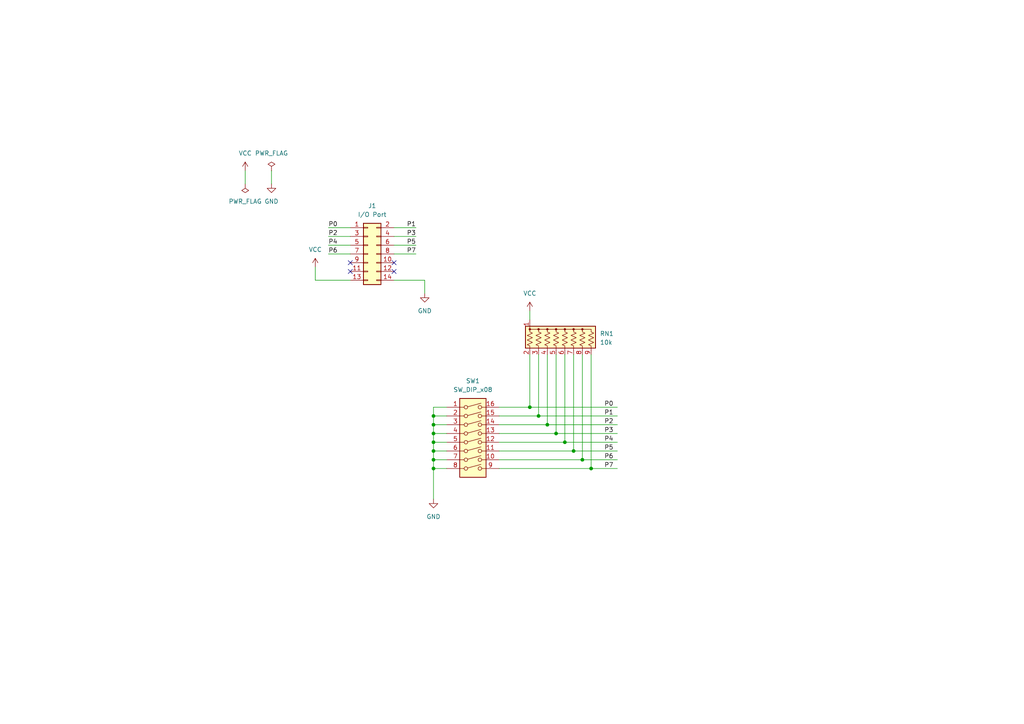
<source format=kicad_sch>
(kicad_sch (version 20230121) (generator eeschema)

  (uuid 576630ab-5347-4203-b62e-4ee25aac213f)

  (paper "A4")

  (title_block
    (title "Z80-PIO Test Board")
    (date "2023-10-20")
    (rev "1")
    (company "KUNI-NET")
    (comment 1 "Z80 PIOの入力ポートテスト用基板")
  )

  (lib_symbols
    (symbol "Connector_Generic:Conn_02x07_Odd_Even" (pin_names (offset 1.016) hide) (in_bom yes) (on_board yes)
      (property "Reference" "J" (at 1.27 10.16 0)
        (effects (font (size 1.27 1.27)))
      )
      (property "Value" "Conn_02x07_Odd_Even" (at 1.27 -10.16 0)
        (effects (font (size 1.27 1.27)))
      )
      (property "Footprint" "" (at 0 0 0)
        (effects (font (size 1.27 1.27)) hide)
      )
      (property "Datasheet" "~" (at 0 0 0)
        (effects (font (size 1.27 1.27)) hide)
      )
      (property "ki_keywords" "connector" (at 0 0 0)
        (effects (font (size 1.27 1.27)) hide)
      )
      (property "ki_description" "Generic connector, double row, 02x07, odd/even pin numbering scheme (row 1 odd numbers, row 2 even numbers), script generated (kicad-library-utils/schlib/autogen/connector/)" (at 0 0 0)
        (effects (font (size 1.27 1.27)) hide)
      )
      (property "ki_fp_filters" "Connector*:*_2x??_*" (at 0 0 0)
        (effects (font (size 1.27 1.27)) hide)
      )
      (symbol "Conn_02x07_Odd_Even_1_1"
        (rectangle (start -1.27 -7.493) (end 0 -7.747)
          (stroke (width 0.1524) (type default))
          (fill (type none))
        )
        (rectangle (start -1.27 -4.953) (end 0 -5.207)
          (stroke (width 0.1524) (type default))
          (fill (type none))
        )
        (rectangle (start -1.27 -2.413) (end 0 -2.667)
          (stroke (width 0.1524) (type default))
          (fill (type none))
        )
        (rectangle (start -1.27 0.127) (end 0 -0.127)
          (stroke (width 0.1524) (type default))
          (fill (type none))
        )
        (rectangle (start -1.27 2.667) (end 0 2.413)
          (stroke (width 0.1524) (type default))
          (fill (type none))
        )
        (rectangle (start -1.27 5.207) (end 0 4.953)
          (stroke (width 0.1524) (type default))
          (fill (type none))
        )
        (rectangle (start -1.27 7.747) (end 0 7.493)
          (stroke (width 0.1524) (type default))
          (fill (type none))
        )
        (rectangle (start -1.27 8.89) (end 3.81 -8.89)
          (stroke (width 0.254) (type default))
          (fill (type background))
        )
        (rectangle (start 3.81 -7.493) (end 2.54 -7.747)
          (stroke (width 0.1524) (type default))
          (fill (type none))
        )
        (rectangle (start 3.81 -4.953) (end 2.54 -5.207)
          (stroke (width 0.1524) (type default))
          (fill (type none))
        )
        (rectangle (start 3.81 -2.413) (end 2.54 -2.667)
          (stroke (width 0.1524) (type default))
          (fill (type none))
        )
        (rectangle (start 3.81 0.127) (end 2.54 -0.127)
          (stroke (width 0.1524) (type default))
          (fill (type none))
        )
        (rectangle (start 3.81 2.667) (end 2.54 2.413)
          (stroke (width 0.1524) (type default))
          (fill (type none))
        )
        (rectangle (start 3.81 5.207) (end 2.54 4.953)
          (stroke (width 0.1524) (type default))
          (fill (type none))
        )
        (rectangle (start 3.81 7.747) (end 2.54 7.493)
          (stroke (width 0.1524) (type default))
          (fill (type none))
        )
        (pin passive line (at -5.08 7.62 0) (length 3.81)
          (name "Pin_1" (effects (font (size 1.27 1.27))))
          (number "1" (effects (font (size 1.27 1.27))))
        )
        (pin passive line (at 7.62 -2.54 180) (length 3.81)
          (name "Pin_10" (effects (font (size 1.27 1.27))))
          (number "10" (effects (font (size 1.27 1.27))))
        )
        (pin passive line (at -5.08 -5.08 0) (length 3.81)
          (name "Pin_11" (effects (font (size 1.27 1.27))))
          (number "11" (effects (font (size 1.27 1.27))))
        )
        (pin passive line (at 7.62 -5.08 180) (length 3.81)
          (name "Pin_12" (effects (font (size 1.27 1.27))))
          (number "12" (effects (font (size 1.27 1.27))))
        )
        (pin passive line (at -5.08 -7.62 0) (length 3.81)
          (name "Pin_13" (effects (font (size 1.27 1.27))))
          (number "13" (effects (font (size 1.27 1.27))))
        )
        (pin passive line (at 7.62 -7.62 180) (length 3.81)
          (name "Pin_14" (effects (font (size 1.27 1.27))))
          (number "14" (effects (font (size 1.27 1.27))))
        )
        (pin passive line (at 7.62 7.62 180) (length 3.81)
          (name "Pin_2" (effects (font (size 1.27 1.27))))
          (number "2" (effects (font (size 1.27 1.27))))
        )
        (pin passive line (at -5.08 5.08 0) (length 3.81)
          (name "Pin_3" (effects (font (size 1.27 1.27))))
          (number "3" (effects (font (size 1.27 1.27))))
        )
        (pin passive line (at 7.62 5.08 180) (length 3.81)
          (name "Pin_4" (effects (font (size 1.27 1.27))))
          (number "4" (effects (font (size 1.27 1.27))))
        )
        (pin passive line (at -5.08 2.54 0) (length 3.81)
          (name "Pin_5" (effects (font (size 1.27 1.27))))
          (number "5" (effects (font (size 1.27 1.27))))
        )
        (pin passive line (at 7.62 2.54 180) (length 3.81)
          (name "Pin_6" (effects (font (size 1.27 1.27))))
          (number "6" (effects (font (size 1.27 1.27))))
        )
        (pin passive line (at -5.08 0 0) (length 3.81)
          (name "Pin_7" (effects (font (size 1.27 1.27))))
          (number "7" (effects (font (size 1.27 1.27))))
        )
        (pin passive line (at 7.62 0 180) (length 3.81)
          (name "Pin_8" (effects (font (size 1.27 1.27))))
          (number "8" (effects (font (size 1.27 1.27))))
        )
        (pin passive line (at -5.08 -2.54 0) (length 3.81)
          (name "Pin_9" (effects (font (size 1.27 1.27))))
          (number "9" (effects (font (size 1.27 1.27))))
        )
      )
    )
    (symbol "Device:R_Network08_US" (pin_names (offset 0) hide) (in_bom yes) (on_board yes)
      (property "Reference" "RN" (at -12.7 0 90)
        (effects (font (size 1.27 1.27)))
      )
      (property "Value" "R_Network08_US" (at 10.16 0 90)
        (effects (font (size 1.27 1.27)))
      )
      (property "Footprint" "Resistor_THT:R_Array_SIP9" (at 12.065 0 90)
        (effects (font (size 1.27 1.27)) hide)
      )
      (property "Datasheet" "http://www.vishay.com/docs/31509/csc.pdf" (at 0 0 0)
        (effects (font (size 1.27 1.27)) hide)
      )
      (property "ki_keywords" "R network star-topology" (at 0 0 0)
        (effects (font (size 1.27 1.27)) hide)
      )
      (property "ki_description" "8 resistor network, star topology, bussed resistors, small US symbol" (at 0 0 0)
        (effects (font (size 1.27 1.27)) hide)
      )
      (property "ki_fp_filters" "R?Array?SIP*" (at 0 0 0)
        (effects (font (size 1.27 1.27)) hide)
      )
      (symbol "R_Network08_US_0_1"
        (rectangle (start -11.43 -3.175) (end 8.89 3.175)
          (stroke (width 0.254) (type default))
          (fill (type background))
        )
        (circle (center -10.16 2.286) (radius 0.254)
          (stroke (width 0) (type default))
          (fill (type outline))
        )
        (circle (center -7.62 2.286) (radius 0.254)
          (stroke (width 0) (type default))
          (fill (type outline))
        )
        (circle (center -5.08 2.286) (radius 0.254)
          (stroke (width 0) (type default))
          (fill (type outline))
        )
        (circle (center -2.54 2.286) (radius 0.254)
          (stroke (width 0) (type default))
          (fill (type outline))
        )
        (polyline
          (pts
            (xy -10.16 2.286)
            (xy 7.62 2.286)
          )
          (stroke (width 0) (type default))
          (fill (type none))
        )
        (polyline
          (pts
            (xy -10.16 2.286)
            (xy -10.16 1.524)
            (xy -9.398 1.1684)
            (xy -10.922 0.508)
            (xy -9.398 -0.1524)
            (xy -10.922 -0.8382)
            (xy -9.398 -1.524)
            (xy -10.922 -2.1844)
            (xy -10.16 -2.54)
            (xy -10.16 -3.81)
          )
          (stroke (width 0) (type default))
          (fill (type none))
        )
        (polyline
          (pts
            (xy -7.62 2.286)
            (xy -7.62 1.524)
            (xy -6.858 1.1684)
            (xy -8.382 0.508)
            (xy -6.858 -0.1524)
            (xy -8.382 -0.8382)
            (xy -6.858 -1.524)
            (xy -8.382 -2.1844)
            (xy -7.62 -2.54)
            (xy -7.62 -3.81)
          )
          (stroke (width 0) (type default))
          (fill (type none))
        )
        (polyline
          (pts
            (xy -5.08 2.286)
            (xy -5.08 1.524)
            (xy -4.318 1.1684)
            (xy -5.842 0.508)
            (xy -4.318 -0.1524)
            (xy -5.842 -0.8382)
            (xy -4.318 -1.524)
            (xy -5.842 -2.1844)
            (xy -5.08 -2.54)
            (xy -5.08 -3.81)
          )
          (stroke (width 0) (type default))
          (fill (type none))
        )
        (polyline
          (pts
            (xy -2.54 2.286)
            (xy -2.54 1.524)
            (xy -1.778 1.1684)
            (xy -3.302 0.508)
            (xy -1.778 -0.1524)
            (xy -3.302 -0.8382)
            (xy -1.778 -1.524)
            (xy -3.302 -2.1844)
            (xy -2.54 -2.54)
            (xy -2.54 -3.81)
          )
          (stroke (width 0) (type default))
          (fill (type none))
        )
        (polyline
          (pts
            (xy 0 2.286)
            (xy 0 1.524)
            (xy 0.762 1.1684)
            (xy -0.762 0.508)
            (xy 0.762 -0.1524)
            (xy -0.762 -0.8382)
            (xy 0.762 -1.524)
            (xy -0.762 -2.1844)
            (xy 0 -2.54)
            (xy 0 -3.81)
          )
          (stroke (width 0) (type default))
          (fill (type none))
        )
        (polyline
          (pts
            (xy 2.54 2.286)
            (xy 2.54 1.524)
            (xy 3.302 1.1684)
            (xy 1.778 0.508)
            (xy 3.302 -0.1524)
            (xy 1.778 -0.8382)
            (xy 3.302 -1.524)
            (xy 1.778 -2.1844)
            (xy 2.54 -2.54)
            (xy 2.54 -3.81)
          )
          (stroke (width 0) (type default))
          (fill (type none))
        )
        (polyline
          (pts
            (xy 5.08 2.286)
            (xy 5.08 1.524)
            (xy 5.842 1.1684)
            (xy 4.318 0.508)
            (xy 5.842 -0.1524)
            (xy 4.318 -0.8382)
            (xy 5.842 -1.524)
            (xy 4.318 -2.1844)
            (xy 5.08 -2.54)
            (xy 5.08 -3.81)
          )
          (stroke (width 0) (type default))
          (fill (type none))
        )
        (polyline
          (pts
            (xy 7.62 2.286)
            (xy 7.62 1.524)
            (xy 8.382 1.1684)
            (xy 6.858 0.508)
            (xy 8.382 -0.1524)
            (xy 6.858 -0.8382)
            (xy 8.382 -1.524)
            (xy 6.858 -2.1844)
            (xy 7.62 -2.54)
            (xy 7.62 -3.81)
          )
          (stroke (width 0) (type default))
          (fill (type none))
        )
        (circle (center 0 2.286) (radius 0.254)
          (stroke (width 0) (type default))
          (fill (type outline))
        )
        (circle (center 2.54 2.286) (radius 0.254)
          (stroke (width 0) (type default))
          (fill (type outline))
        )
        (circle (center 5.08 2.286) (radius 0.254)
          (stroke (width 0) (type default))
          (fill (type outline))
        )
      )
      (symbol "R_Network08_US_1_1"
        (pin passive line (at -10.16 5.08 270) (length 2.54)
          (name "common" (effects (font (size 1.27 1.27))))
          (number "1" (effects (font (size 1.27 1.27))))
        )
        (pin passive line (at -10.16 -5.08 90) (length 1.27)
          (name "R1" (effects (font (size 1.27 1.27))))
          (number "2" (effects (font (size 1.27 1.27))))
        )
        (pin passive line (at -7.62 -5.08 90) (length 1.27)
          (name "R2" (effects (font (size 1.27 1.27))))
          (number "3" (effects (font (size 1.27 1.27))))
        )
        (pin passive line (at -5.08 -5.08 90) (length 1.27)
          (name "R3" (effects (font (size 1.27 1.27))))
          (number "4" (effects (font (size 1.27 1.27))))
        )
        (pin passive line (at -2.54 -5.08 90) (length 1.27)
          (name "R4" (effects (font (size 1.27 1.27))))
          (number "5" (effects (font (size 1.27 1.27))))
        )
        (pin passive line (at 0 -5.08 90) (length 1.27)
          (name "R5" (effects (font (size 1.27 1.27))))
          (number "6" (effects (font (size 1.27 1.27))))
        )
        (pin passive line (at 2.54 -5.08 90) (length 1.27)
          (name "R6" (effects (font (size 1.27 1.27))))
          (number "7" (effects (font (size 1.27 1.27))))
        )
        (pin passive line (at 5.08 -5.08 90) (length 1.27)
          (name "R7" (effects (font (size 1.27 1.27))))
          (number "8" (effects (font (size 1.27 1.27))))
        )
        (pin passive line (at 7.62 -5.08 90) (length 1.27)
          (name "R8" (effects (font (size 1.27 1.27))))
          (number "9" (effects (font (size 1.27 1.27))))
        )
      )
    )
    (symbol "Switch:SW_DIP_x08" (pin_names (offset 0) hide) (in_bom yes) (on_board yes)
      (property "Reference" "SW" (at 0 13.97 0)
        (effects (font (size 1.27 1.27)))
      )
      (property "Value" "SW_DIP_x08" (at 0 -11.43 0)
        (effects (font (size 1.27 1.27)))
      )
      (property "Footprint" "" (at 0 0 0)
        (effects (font (size 1.27 1.27)) hide)
      )
      (property "Datasheet" "~" (at 0 0 0)
        (effects (font (size 1.27 1.27)) hide)
      )
      (property "ki_keywords" "dip switch" (at 0 0 0)
        (effects (font (size 1.27 1.27)) hide)
      )
      (property "ki_description" "8x DIP Switch, Single Pole Single Throw (SPST) switch, small symbol" (at 0 0 0)
        (effects (font (size 1.27 1.27)) hide)
      )
      (property "ki_fp_filters" "SW?DIP?x8*" (at 0 0 0)
        (effects (font (size 1.27 1.27)) hide)
      )
      (symbol "SW_DIP_x08_0_0"
        (circle (center -2.032 -7.62) (radius 0.508)
          (stroke (width 0) (type default))
          (fill (type none))
        )
        (circle (center -2.032 -5.08) (radius 0.508)
          (stroke (width 0) (type default))
          (fill (type none))
        )
        (circle (center -2.032 -2.54) (radius 0.508)
          (stroke (width 0) (type default))
          (fill (type none))
        )
        (circle (center -2.032 0) (radius 0.508)
          (stroke (width 0) (type default))
          (fill (type none))
        )
        (circle (center -2.032 2.54) (radius 0.508)
          (stroke (width 0) (type default))
          (fill (type none))
        )
        (circle (center -2.032 5.08) (radius 0.508)
          (stroke (width 0) (type default))
          (fill (type none))
        )
        (circle (center -2.032 7.62) (radius 0.508)
          (stroke (width 0) (type default))
          (fill (type none))
        )
        (circle (center -2.032 10.16) (radius 0.508)
          (stroke (width 0) (type default))
          (fill (type none))
        )
        (polyline
          (pts
            (xy -1.524 -7.4676)
            (xy 2.3622 -6.4262)
          )
          (stroke (width 0) (type default))
          (fill (type none))
        )
        (polyline
          (pts
            (xy -1.524 -4.9276)
            (xy 2.3622 -3.8862)
          )
          (stroke (width 0) (type default))
          (fill (type none))
        )
        (polyline
          (pts
            (xy -1.524 -2.3876)
            (xy 2.3622 -1.3462)
          )
          (stroke (width 0) (type default))
          (fill (type none))
        )
        (polyline
          (pts
            (xy -1.524 0.127)
            (xy 2.3622 1.1684)
          )
          (stroke (width 0) (type default))
          (fill (type none))
        )
        (polyline
          (pts
            (xy -1.524 2.667)
            (xy 2.3622 3.7084)
          )
          (stroke (width 0) (type default))
          (fill (type none))
        )
        (polyline
          (pts
            (xy -1.524 5.207)
            (xy 2.3622 6.2484)
          )
          (stroke (width 0) (type default))
          (fill (type none))
        )
        (polyline
          (pts
            (xy -1.524 7.747)
            (xy 2.3622 8.7884)
          )
          (stroke (width 0) (type default))
          (fill (type none))
        )
        (polyline
          (pts
            (xy -1.524 10.287)
            (xy 2.3622 11.3284)
          )
          (stroke (width 0) (type default))
          (fill (type none))
        )
        (circle (center 2.032 -7.62) (radius 0.508)
          (stroke (width 0) (type default))
          (fill (type none))
        )
        (circle (center 2.032 -5.08) (radius 0.508)
          (stroke (width 0) (type default))
          (fill (type none))
        )
        (circle (center 2.032 -2.54) (radius 0.508)
          (stroke (width 0) (type default))
          (fill (type none))
        )
        (circle (center 2.032 0) (radius 0.508)
          (stroke (width 0) (type default))
          (fill (type none))
        )
        (circle (center 2.032 2.54) (radius 0.508)
          (stroke (width 0) (type default))
          (fill (type none))
        )
        (circle (center 2.032 5.08) (radius 0.508)
          (stroke (width 0) (type default))
          (fill (type none))
        )
        (circle (center 2.032 7.62) (radius 0.508)
          (stroke (width 0) (type default))
          (fill (type none))
        )
        (circle (center 2.032 10.16) (radius 0.508)
          (stroke (width 0) (type default))
          (fill (type none))
        )
      )
      (symbol "SW_DIP_x08_0_1"
        (rectangle (start -3.81 12.7) (end 3.81 -10.16)
          (stroke (width 0.254) (type default))
          (fill (type background))
        )
      )
      (symbol "SW_DIP_x08_1_1"
        (pin passive line (at -7.62 10.16 0) (length 5.08)
          (name "~" (effects (font (size 1.27 1.27))))
          (number "1" (effects (font (size 1.27 1.27))))
        )
        (pin passive line (at 7.62 -5.08 180) (length 5.08)
          (name "~" (effects (font (size 1.27 1.27))))
          (number "10" (effects (font (size 1.27 1.27))))
        )
        (pin passive line (at 7.62 -2.54 180) (length 5.08)
          (name "~" (effects (font (size 1.27 1.27))))
          (number "11" (effects (font (size 1.27 1.27))))
        )
        (pin passive line (at 7.62 0 180) (length 5.08)
          (name "~" (effects (font (size 1.27 1.27))))
          (number "12" (effects (font (size 1.27 1.27))))
        )
        (pin passive line (at 7.62 2.54 180) (length 5.08)
          (name "~" (effects (font (size 1.27 1.27))))
          (number "13" (effects (font (size 1.27 1.27))))
        )
        (pin passive line (at 7.62 5.08 180) (length 5.08)
          (name "~" (effects (font (size 1.27 1.27))))
          (number "14" (effects (font (size 1.27 1.27))))
        )
        (pin passive line (at 7.62 7.62 180) (length 5.08)
          (name "~" (effects (font (size 1.27 1.27))))
          (number "15" (effects (font (size 1.27 1.27))))
        )
        (pin passive line (at 7.62 10.16 180) (length 5.08)
          (name "~" (effects (font (size 1.27 1.27))))
          (number "16" (effects (font (size 1.27 1.27))))
        )
        (pin passive line (at -7.62 7.62 0) (length 5.08)
          (name "~" (effects (font (size 1.27 1.27))))
          (number "2" (effects (font (size 1.27 1.27))))
        )
        (pin passive line (at -7.62 5.08 0) (length 5.08)
          (name "~" (effects (font (size 1.27 1.27))))
          (number "3" (effects (font (size 1.27 1.27))))
        )
        (pin passive line (at -7.62 2.54 0) (length 5.08)
          (name "~" (effects (font (size 1.27 1.27))))
          (number "4" (effects (font (size 1.27 1.27))))
        )
        (pin passive line (at -7.62 0 0) (length 5.08)
          (name "~" (effects (font (size 1.27 1.27))))
          (number "5" (effects (font (size 1.27 1.27))))
        )
        (pin passive line (at -7.62 -2.54 0) (length 5.08)
          (name "~" (effects (font (size 1.27 1.27))))
          (number "6" (effects (font (size 1.27 1.27))))
        )
        (pin passive line (at -7.62 -5.08 0) (length 5.08)
          (name "~" (effects (font (size 1.27 1.27))))
          (number "7" (effects (font (size 1.27 1.27))))
        )
        (pin passive line (at -7.62 -7.62 0) (length 5.08)
          (name "~" (effects (font (size 1.27 1.27))))
          (number "8" (effects (font (size 1.27 1.27))))
        )
        (pin passive line (at 7.62 -7.62 180) (length 5.08)
          (name "~" (effects (font (size 1.27 1.27))))
          (number "9" (effects (font (size 1.27 1.27))))
        )
      )
    )
    (symbol "power:GND" (power) (pin_names (offset 0)) (in_bom yes) (on_board yes)
      (property "Reference" "#PWR" (at 0 -6.35 0)
        (effects (font (size 1.27 1.27)) hide)
      )
      (property "Value" "GND" (at 0 -3.81 0)
        (effects (font (size 1.27 1.27)))
      )
      (property "Footprint" "" (at 0 0 0)
        (effects (font (size 1.27 1.27)) hide)
      )
      (property "Datasheet" "" (at 0 0 0)
        (effects (font (size 1.27 1.27)) hide)
      )
      (property "ki_keywords" "global power" (at 0 0 0)
        (effects (font (size 1.27 1.27)) hide)
      )
      (property "ki_description" "Power symbol creates a global label with name \"GND\" , ground" (at 0 0 0)
        (effects (font (size 1.27 1.27)) hide)
      )
      (symbol "GND_0_1"
        (polyline
          (pts
            (xy 0 0)
            (xy 0 -1.27)
            (xy 1.27 -1.27)
            (xy 0 -2.54)
            (xy -1.27 -1.27)
            (xy 0 -1.27)
          )
          (stroke (width 0) (type default))
          (fill (type none))
        )
      )
      (symbol "GND_1_1"
        (pin power_in line (at 0 0 270) (length 0) hide
          (name "GND" (effects (font (size 1.27 1.27))))
          (number "1" (effects (font (size 1.27 1.27))))
        )
      )
    )
    (symbol "power:PWR_FLAG" (power) (pin_numbers hide) (pin_names (offset 0) hide) (in_bom yes) (on_board yes)
      (property "Reference" "#FLG" (at 0 1.905 0)
        (effects (font (size 1.27 1.27)) hide)
      )
      (property "Value" "PWR_FLAG" (at 0 3.81 0)
        (effects (font (size 1.27 1.27)))
      )
      (property "Footprint" "" (at 0 0 0)
        (effects (font (size 1.27 1.27)) hide)
      )
      (property "Datasheet" "~" (at 0 0 0)
        (effects (font (size 1.27 1.27)) hide)
      )
      (property "ki_keywords" "flag power" (at 0 0 0)
        (effects (font (size 1.27 1.27)) hide)
      )
      (property "ki_description" "Special symbol for telling ERC where power comes from" (at 0 0 0)
        (effects (font (size 1.27 1.27)) hide)
      )
      (symbol "PWR_FLAG_0_0"
        (pin power_out line (at 0 0 90) (length 0)
          (name "pwr" (effects (font (size 1.27 1.27))))
          (number "1" (effects (font (size 1.27 1.27))))
        )
      )
      (symbol "PWR_FLAG_0_1"
        (polyline
          (pts
            (xy 0 0)
            (xy 0 1.27)
            (xy -1.016 1.905)
            (xy 0 2.54)
            (xy 1.016 1.905)
            (xy 0 1.27)
          )
          (stroke (width 0) (type default))
          (fill (type none))
        )
      )
    )
    (symbol "power:VCC" (power) (pin_names (offset 0)) (in_bom yes) (on_board yes)
      (property "Reference" "#PWR" (at 0 -3.81 0)
        (effects (font (size 1.27 1.27)) hide)
      )
      (property "Value" "VCC" (at 0 3.81 0)
        (effects (font (size 1.27 1.27)))
      )
      (property "Footprint" "" (at 0 0 0)
        (effects (font (size 1.27 1.27)) hide)
      )
      (property "Datasheet" "" (at 0 0 0)
        (effects (font (size 1.27 1.27)) hide)
      )
      (property "ki_keywords" "global power" (at 0 0 0)
        (effects (font (size 1.27 1.27)) hide)
      )
      (property "ki_description" "Power symbol creates a global label with name \"VCC\"" (at 0 0 0)
        (effects (font (size 1.27 1.27)) hide)
      )
      (symbol "VCC_0_1"
        (polyline
          (pts
            (xy -0.762 1.27)
            (xy 0 2.54)
          )
          (stroke (width 0) (type default))
          (fill (type none))
        )
        (polyline
          (pts
            (xy 0 0)
            (xy 0 2.54)
          )
          (stroke (width 0) (type default))
          (fill (type none))
        )
        (polyline
          (pts
            (xy 0 2.54)
            (xy 0.762 1.27)
          )
          (stroke (width 0) (type default))
          (fill (type none))
        )
      )
      (symbol "VCC_1_1"
        (pin power_in line (at 0 0 90) (length 0) hide
          (name "VCC" (effects (font (size 1.27 1.27))))
          (number "1" (effects (font (size 1.27 1.27))))
        )
      )
    )
  )

  (junction (at 125.73 125.73) (diameter 0) (color 0 0 0 0)
    (uuid 0a2d9fd8-eb2e-4ea0-96a7-132e2ec149fa)
  )
  (junction (at 125.73 128.27) (diameter 0) (color 0 0 0 0)
    (uuid 312c4fca-9a9a-4a4f-afca-1792a4c87811)
  )
  (junction (at 166.37 130.81) (diameter 0) (color 0 0 0 0)
    (uuid 3fae5c72-149a-4b64-9d14-1318c1827ff2)
  )
  (junction (at 125.73 123.19) (diameter 0) (color 0 0 0 0)
    (uuid 4151695e-9cd7-4b31-a9e5-106ee6445db0)
  )
  (junction (at 168.91 133.35) (diameter 0) (color 0 0 0 0)
    (uuid 4775bc30-3dc6-4a9e-97a4-e67e1f7944da)
  )
  (junction (at 156.21 120.65) (diameter 0) (color 0 0 0 0)
    (uuid 49c83046-6990-455d-befb-37567f5bc3bf)
  )
  (junction (at 161.29 125.73) (diameter 0) (color 0 0 0 0)
    (uuid 4bc82673-ae3b-4af8-94c6-3fe5f4ccfb88)
  )
  (junction (at 171.45 135.89) (diameter 0) (color 0 0 0 0)
    (uuid 5cc48a0e-44ce-4ce8-8bb5-f961a9667173)
  )
  (junction (at 125.73 120.65) (diameter 0) (color 0 0 0 0)
    (uuid 6d72e0da-7f51-4632-bd70-00f36f10c9da)
  )
  (junction (at 125.73 133.35) (diameter 0) (color 0 0 0 0)
    (uuid 724a74ba-2bcb-4362-a38f-737abead1aba)
  )
  (junction (at 158.75 123.19) (diameter 0) (color 0 0 0 0)
    (uuid 73dbfe40-7e23-48d5-bebc-9b20566b1443)
  )
  (junction (at 125.73 130.81) (diameter 0) (color 0 0 0 0)
    (uuid 8e640e7f-ac90-4cfd-bb8d-76e087277ca7)
  )
  (junction (at 125.73 135.89) (diameter 0) (color 0 0 0 0)
    (uuid b7799bff-842e-4222-ac63-d1719b88672e)
  )
  (junction (at 153.67 118.11) (diameter 0) (color 0 0 0 0)
    (uuid e17a933f-7ebd-42fa-8241-156e7ae9a307)
  )
  (junction (at 163.83 128.27) (diameter 0) (color 0 0 0 0)
    (uuid f8290145-9857-4974-9852-31f7f8c67545)
  )

  (no_connect (at 114.3 78.74) (uuid 53751005-b437-448d-ba8e-d361fc2238ae))
  (no_connect (at 101.6 76.2) (uuid 69e5daf5-30cd-4bf5-b762-63d514bba068))
  (no_connect (at 114.3 76.2) (uuid 69f14a32-7648-42ed-a2bd-2e2dbdd02847))
  (no_connect (at 101.6 78.74) (uuid 9ed4459c-6c6d-46d5-a6fd-d5985df8e994))

  (wire (pts (xy 144.78 125.73) (xy 161.29 125.73))
    (stroke (width 0) (type default))
    (uuid 0388049b-f2d2-4a5b-96b1-8be113517d09)
  )
  (wire (pts (xy 125.73 123.19) (xy 129.54 123.19))
    (stroke (width 0) (type default))
    (uuid 1463001a-16d4-4a84-985b-03a9768e3e6d)
  )
  (wire (pts (xy 91.44 81.28) (xy 101.6 81.28))
    (stroke (width 0) (type default))
    (uuid 16f645f6-1355-4ddd-bec8-7b2c555f57fe)
  )
  (wire (pts (xy 163.83 102.87) (xy 163.83 128.27))
    (stroke (width 0) (type default))
    (uuid 1d4841dc-9604-4f2b-8e9a-b5f5b9de8a4e)
  )
  (wire (pts (xy 168.91 133.35) (xy 179.07 133.35))
    (stroke (width 0) (type default))
    (uuid 1f8d6777-39f7-4cd2-9d0b-d38efa2f1b10)
  )
  (wire (pts (xy 91.44 77.47) (xy 91.44 81.28))
    (stroke (width 0) (type default))
    (uuid 243ce743-b4dc-4cef-b159-2b4c6ca79745)
  )
  (wire (pts (xy 171.45 135.89) (xy 179.07 135.89))
    (stroke (width 0) (type default))
    (uuid 28b37e37-844b-44a4-9386-5055def86f0f)
  )
  (wire (pts (xy 161.29 125.73) (xy 179.07 125.73))
    (stroke (width 0) (type default))
    (uuid 28b72ed3-7be3-4617-9219-74b80faec85b)
  )
  (wire (pts (xy 120.65 71.12) (xy 114.3 71.12))
    (stroke (width 0) (type default))
    (uuid 2a6969ed-233f-4e4b-a2be-9733fa7e2d1f)
  )
  (wire (pts (xy 144.78 135.89) (xy 171.45 135.89))
    (stroke (width 0) (type default))
    (uuid 2aa3da20-10f0-4ba5-9178-00096f6b759f)
  )
  (wire (pts (xy 156.21 102.87) (xy 156.21 120.65))
    (stroke (width 0) (type default))
    (uuid 2bd70dca-bc65-4abb-8e18-55d152b6b44c)
  )
  (wire (pts (xy 95.25 73.66) (xy 101.6 73.66))
    (stroke (width 0) (type default))
    (uuid 2c8c2d60-fbe7-4c43-83a0-7bf98953d297)
  )
  (wire (pts (xy 153.67 90.17) (xy 153.67 92.71))
    (stroke (width 0) (type default))
    (uuid 2e18c878-e236-4c47-bc8e-0b13b969b1ac)
  )
  (wire (pts (xy 158.75 102.87) (xy 158.75 123.19))
    (stroke (width 0) (type default))
    (uuid 2f240fb9-1590-4d50-bac4-dcfbe61e6b90)
  )
  (wire (pts (xy 156.21 120.65) (xy 179.07 120.65))
    (stroke (width 0) (type default))
    (uuid 3e043c1c-b775-4b76-982b-d73254f800bb)
  )
  (wire (pts (xy 161.29 102.87) (xy 161.29 125.73))
    (stroke (width 0) (type default))
    (uuid 3fc9713f-af31-4e68-9260-9f49a7da32b3)
  )
  (wire (pts (xy 125.73 135.89) (xy 129.54 135.89))
    (stroke (width 0) (type default))
    (uuid 40a20bce-b3b7-4001-9957-90b38d3f94e0)
  )
  (wire (pts (xy 125.73 125.73) (xy 125.73 128.27))
    (stroke (width 0) (type default))
    (uuid 480d113e-4275-4f8f-a0e3-283602be6c53)
  )
  (wire (pts (xy 78.74 49.53) (xy 78.74 53.34))
    (stroke (width 0) (type default))
    (uuid 4c098de9-10ae-4f11-bf7b-8ea58c3f7f7b)
  )
  (wire (pts (xy 153.67 102.87) (xy 153.67 118.11))
    (stroke (width 0) (type default))
    (uuid 560a373a-a3f9-4398-86ec-c19e0b42e42e)
  )
  (wire (pts (xy 125.73 133.35) (xy 125.73 135.89))
    (stroke (width 0) (type default))
    (uuid 57a9a758-6321-4908-9ea2-71d4d14c7864)
  )
  (wire (pts (xy 125.73 120.65) (xy 129.54 120.65))
    (stroke (width 0) (type default))
    (uuid 632e5665-f52a-4736-b1f0-2cd695be88b0)
  )
  (wire (pts (xy 125.73 128.27) (xy 125.73 130.81))
    (stroke (width 0) (type default))
    (uuid 67b49838-885f-4e13-b743-34f300b9605d)
  )
  (wire (pts (xy 171.45 102.87) (xy 171.45 135.89))
    (stroke (width 0) (type default))
    (uuid 6cecfb71-89b4-4b91-9305-2f7378fb8486)
  )
  (wire (pts (xy 120.65 68.58) (xy 114.3 68.58))
    (stroke (width 0) (type default))
    (uuid 734dd9a6-c517-4be9-8627-477bc0cf2ee1)
  )
  (wire (pts (xy 123.19 81.28) (xy 123.19 85.09))
    (stroke (width 0) (type default))
    (uuid 76cb135a-fc1a-4534-b0c4-daa4e78eb899)
  )
  (wire (pts (xy 158.75 123.19) (xy 179.07 123.19))
    (stroke (width 0) (type default))
    (uuid 7c73a417-77f5-4f9a-9753-dbff6fd7f055)
  )
  (wire (pts (xy 166.37 130.81) (xy 179.07 130.81))
    (stroke (width 0) (type default))
    (uuid 7eeab12f-f399-47ce-ab53-734d251480f8)
  )
  (wire (pts (xy 125.73 130.81) (xy 125.73 133.35))
    (stroke (width 0) (type default))
    (uuid 8de8a49f-e1f4-4cc3-983a-a14d9cb1f7f9)
  )
  (wire (pts (xy 71.12 49.53) (xy 71.12 53.34))
    (stroke (width 0) (type default))
    (uuid 9067e2a8-a25d-45ea-bcda-03b54a45c350)
  )
  (wire (pts (xy 144.78 123.19) (xy 158.75 123.19))
    (stroke (width 0) (type default))
    (uuid 909db326-967b-4e81-a7ae-c21ea00ab85b)
  )
  (wire (pts (xy 95.25 71.12) (xy 101.6 71.12))
    (stroke (width 0) (type default))
    (uuid 99535a8c-3b4f-4a4b-8829-da20256b198b)
  )
  (wire (pts (xy 125.73 123.19) (xy 125.73 125.73))
    (stroke (width 0) (type default))
    (uuid a731124d-d7e8-413e-97ce-02e28bdac6b1)
  )
  (wire (pts (xy 114.3 81.28) (xy 123.19 81.28))
    (stroke (width 0) (type default))
    (uuid aa5c2340-55ef-4bd6-bb2b-efc89e3c8988)
  )
  (wire (pts (xy 95.25 66.04) (xy 101.6 66.04))
    (stroke (width 0) (type default))
    (uuid ac8a6c29-960d-4ae1-8056-7bdaa77b9a10)
  )
  (wire (pts (xy 144.78 120.65) (xy 156.21 120.65))
    (stroke (width 0) (type default))
    (uuid b746c83f-3d72-4d67-b819-ea6eecf7cf22)
  )
  (wire (pts (xy 95.25 68.58) (xy 101.6 68.58))
    (stroke (width 0) (type default))
    (uuid b7899a10-ed07-43a1-b316-213108f26eaf)
  )
  (wire (pts (xy 144.78 130.81) (xy 166.37 130.81))
    (stroke (width 0) (type default))
    (uuid bbad3372-8d8f-4503-a0f2-655549d00e57)
  )
  (wire (pts (xy 144.78 128.27) (xy 163.83 128.27))
    (stroke (width 0) (type default))
    (uuid c4f66a8c-fe59-4dba-bf1e-857caefc7c3b)
  )
  (wire (pts (xy 166.37 102.87) (xy 166.37 130.81))
    (stroke (width 0) (type default))
    (uuid c6520c67-7e7f-440d-beee-c4cbe00f53a1)
  )
  (wire (pts (xy 163.83 128.27) (xy 179.07 128.27))
    (stroke (width 0) (type default))
    (uuid c735af79-fff6-461a-a182-c285abe00302)
  )
  (wire (pts (xy 168.91 102.87) (xy 168.91 133.35))
    (stroke (width 0) (type default))
    (uuid c94fada6-8b51-49bb-9175-1398bff4c97c)
  )
  (wire (pts (xy 125.73 125.73) (xy 129.54 125.73))
    (stroke (width 0) (type default))
    (uuid c9ca8f7f-8d5f-445d-8036-28cf67609dd4)
  )
  (wire (pts (xy 125.73 133.35) (xy 129.54 133.35))
    (stroke (width 0) (type default))
    (uuid d8e57b72-39d9-4356-b8e6-a9bbc45fa09c)
  )
  (wire (pts (xy 120.65 66.04) (xy 114.3 66.04))
    (stroke (width 0) (type default))
    (uuid da8a4b16-80ef-4c93-82dd-9672b0253800)
  )
  (wire (pts (xy 125.73 118.11) (xy 125.73 120.65))
    (stroke (width 0) (type default))
    (uuid db490e2c-e6cc-4827-9e63-c6fd3d871bfc)
  )
  (wire (pts (xy 125.73 135.89) (xy 125.73 144.78))
    (stroke (width 0) (type default))
    (uuid ded89cc4-eed9-4f5b-8f29-3a472be2d2cf)
  )
  (wire (pts (xy 125.73 120.65) (xy 125.73 123.19))
    (stroke (width 0) (type default))
    (uuid e2f0ae7f-cb80-4b49-b1e5-685e085183cf)
  )
  (wire (pts (xy 153.67 118.11) (xy 179.07 118.11))
    (stroke (width 0) (type default))
    (uuid e3c39ce0-28b6-4853-abef-b38674113333)
  )
  (wire (pts (xy 144.78 133.35) (xy 168.91 133.35))
    (stroke (width 0) (type default))
    (uuid e434d3c0-ce52-45fa-8dfa-a249f90d142e)
  )
  (wire (pts (xy 125.73 130.81) (xy 129.54 130.81))
    (stroke (width 0) (type default))
    (uuid e7e334c3-e869-41eb-8e09-d59b747818cd)
  )
  (wire (pts (xy 125.73 128.27) (xy 129.54 128.27))
    (stroke (width 0) (type default))
    (uuid e8641439-902f-41c2-93fe-c5ec0fd967b5)
  )
  (wire (pts (xy 129.54 118.11) (xy 125.73 118.11))
    (stroke (width 0) (type default))
    (uuid ee13cc9b-509d-4b3d-9b43-f3d249fdbdd9)
  )
  (wire (pts (xy 144.78 118.11) (xy 153.67 118.11))
    (stroke (width 0) (type default))
    (uuid f0693f29-069c-40c1-b359-16143a1c8290)
  )
  (wire (pts (xy 120.65 73.66) (xy 114.3 73.66))
    (stroke (width 0) (type default))
    (uuid f8209a2e-90fc-421c-b19e-cc9a67934e66)
  )

  (label "P4" (at 95.25 71.12 0) (fields_autoplaced)
    (effects (font (size 1.27 1.27)) (justify left bottom))
    (uuid 1467e4c4-89b9-43cd-b122-3f17d0d019e4)
  )
  (label "P6" (at 175.26 133.35 0) (fields_autoplaced)
    (effects (font (size 1.27 1.27)) (justify left bottom))
    (uuid 2a7053c9-39c7-4cab-ae87-0591d7c08db7)
  )
  (label "P0" (at 95.25 66.04 0) (fields_autoplaced)
    (effects (font (size 1.27 1.27)) (justify left bottom))
    (uuid 3933a39c-4fb2-4e20-a5f9-f9ec881523d4)
  )
  (label "P2" (at 95.25 68.58 0) (fields_autoplaced)
    (effects (font (size 1.27 1.27)) (justify left bottom))
    (uuid 47cbcc44-4c83-4427-b687-71778c20509b)
  )
  (label "P3" (at 120.65 68.58 180) (fields_autoplaced)
    (effects (font (size 1.27 1.27)) (justify right bottom))
    (uuid 49010a3c-1bc4-456f-a93e-4e1e8a40cbc6)
  )
  (label "P6" (at 95.25 73.66 0) (fields_autoplaced)
    (effects (font (size 1.27 1.27)) (justify left bottom))
    (uuid 49072a4c-bf09-42bc-b478-2713c4d7a649)
  )
  (label "P0" (at 175.26 118.11 0) (fields_autoplaced)
    (effects (font (size 1.27 1.27)) (justify left bottom))
    (uuid 55f9a3b4-16b7-45c1-b66f-cb8e3ce254cc)
  )
  (label "P3" (at 175.26 125.73 0) (fields_autoplaced)
    (effects (font (size 1.27 1.27)) (justify left bottom))
    (uuid 561fb536-c45c-461f-a137-b0a5c4f047e6)
  )
  (label "P1" (at 120.65 66.04 180) (fields_autoplaced)
    (effects (font (size 1.27 1.27)) (justify right bottom))
    (uuid 6026d819-f5b8-48df-a8cc-c1228ba1f14e)
  )
  (label "P2" (at 175.26 123.19 0) (fields_autoplaced)
    (effects (font (size 1.27 1.27)) (justify left bottom))
    (uuid 62ed3b79-b650-43ab-b55f-19359c1fb4ef)
  )
  (label "P7" (at 120.65 73.66 180) (fields_autoplaced)
    (effects (font (size 1.27 1.27)) (justify right bottom))
    (uuid 8284166b-e208-4780-9fd7-8f7847f9b035)
  )
  (label "P1" (at 175.26 120.65 0) (fields_autoplaced)
    (effects (font (size 1.27 1.27)) (justify left bottom))
    (uuid 84f0dfd6-b5cc-409f-b078-516b3886fa68)
  )
  (label "P5" (at 175.26 130.81 0) (fields_autoplaced)
    (effects (font (size 1.27 1.27)) (justify left bottom))
    (uuid 8513062c-0ae9-49d9-bce4-24b64f4c6ed4)
  )
  (label "P7" (at 175.26 135.89 0) (fields_autoplaced)
    (effects (font (size 1.27 1.27)) (justify left bottom))
    (uuid c9586b07-fc21-4ffd-924d-7bfe485fa3b7)
  )
  (label "P4" (at 175.26 128.27 0) (fields_autoplaced)
    (effects (font (size 1.27 1.27)) (justify left bottom))
    (uuid db71f628-61db-4f71-85da-5747b8b56575)
  )
  (label "P5" (at 120.65 71.12 180) (fields_autoplaced)
    (effects (font (size 1.27 1.27)) (justify right bottom))
    (uuid fc48608a-26bb-4ec7-a9a2-62b067217351)
  )

  (symbol (lib_id "power:VCC") (at 91.44 77.47 0) (unit 1)
    (in_bom yes) (on_board yes) (dnp no) (fields_autoplaced)
    (uuid 0fdd10e3-cb63-4a3d-8057-b3ffe427c340)
    (property "Reference" "#PWR01" (at 91.44 81.28 0)
      (effects (font (size 1.27 1.27)) hide)
    )
    (property "Value" "VCC" (at 91.44 72.39 0)
      (effects (font (size 1.27 1.27)))
    )
    (property "Footprint" "" (at 91.44 77.47 0)
      (effects (font (size 1.27 1.27)) hide)
    )
    (property "Datasheet" "" (at 91.44 77.47 0)
      (effects (font (size 1.27 1.27)) hide)
    )
    (pin "1" (uuid 7a9ddf39-1b5d-4d7f-a51c-e1408de4dc4e))
    (instances
      (project "pio_test"
        (path "/576630ab-5347-4203-b62e-4ee25aac213f"
          (reference "#PWR01") (unit 1)
        )
      )
    )
  )

  (symbol (lib_id "Connector_Generic:Conn_02x07_Odd_Even") (at 106.68 73.66 0) (unit 1)
    (in_bom yes) (on_board yes) (dnp no) (fields_autoplaced)
    (uuid 292092b2-175a-4475-9abe-0fdc9fb83b19)
    (property "Reference" "J1" (at 107.95 59.69 0)
      (effects (font (size 1.27 1.27)))
    )
    (property "Value" "I/O Port" (at 107.95 62.23 0)
      (effects (font (size 1.27 1.27)))
    )
    (property "Footprint" "" (at 106.68 73.66 0)
      (effects (font (size 1.27 1.27)) hide)
    )
    (property "Datasheet" "~" (at 106.68 73.66 0)
      (effects (font (size 1.27 1.27)) hide)
    )
    (pin "1" (uuid 3f31f0b0-1c25-4f90-8407-19fda69c97de))
    (pin "10" (uuid 66476657-2107-4fe9-89b4-0656d5c20464))
    (pin "11" (uuid 7ad46c5d-ce7f-455a-b5d8-2e96ebd3ab34))
    (pin "12" (uuid 3de47724-c6ec-403f-9192-c897f749e3d8))
    (pin "13" (uuid 0666ad03-a7d5-4a30-b2bb-7887248adbd4))
    (pin "14" (uuid 8247eb00-9d7b-4584-9ff0-82bf5f51601f))
    (pin "2" (uuid d63eae9a-4043-4872-bed4-6ed325c3b68e))
    (pin "3" (uuid c74d3160-04a5-4727-95ec-080f8789ee3f))
    (pin "4" (uuid bba16f41-d1fe-420e-a60b-e9e3877ea7cc))
    (pin "5" (uuid 5b054a43-85df-408a-9f10-0e537f8d1d2c))
    (pin "6" (uuid de81fb90-14e4-4917-8380-7768fdc5e99e))
    (pin "7" (uuid 3a998b99-3057-4435-926a-1b4eaf35f572))
    (pin "8" (uuid 183b5d92-58a9-479b-8d20-6972dbae8cbc))
    (pin "9" (uuid 08f856d5-65ec-4c10-8dc3-e208d45ed626))
    (instances
      (project "pio_test"
        (path "/576630ab-5347-4203-b62e-4ee25aac213f"
          (reference "J1") (unit 1)
        )
      )
    )
  )

  (symbol (lib_id "Switch:SW_DIP_x08") (at 137.16 128.27 0) (unit 1)
    (in_bom yes) (on_board yes) (dnp no) (fields_autoplaced)
    (uuid 345bea56-0b8f-47ac-a7ec-69511d957e8f)
    (property "Reference" "SW1" (at 137.16 110.49 0)
      (effects (font (size 1.27 1.27)))
    )
    (property "Value" "SW_DIP_x08" (at 137.16 113.03 0)
      (effects (font (size 1.27 1.27)))
    )
    (property "Footprint" "" (at 137.16 128.27 0)
      (effects (font (size 1.27 1.27)) hide)
    )
    (property "Datasheet" "~" (at 137.16 128.27 0)
      (effects (font (size 1.27 1.27)) hide)
    )
    (pin "1" (uuid e82555a1-dbd3-43e2-a2b0-37affe925c9a))
    (pin "10" (uuid b85c204f-e622-4c07-811d-08ab0f3b8f73))
    (pin "11" (uuid 4b9c8ec3-a6e2-4828-bfd1-9cbbefb0d909))
    (pin "12" (uuid cd24a8c7-309a-47ed-a09b-ab760f3d9099))
    (pin "13" (uuid cbb55c99-d7c1-4128-9e48-c41e5f526746))
    (pin "14" (uuid 7edf3714-0be1-4488-832d-f6cae87920de))
    (pin "15" (uuid 0d6fae69-d719-48fe-8b7d-9671e9d65453))
    (pin "16" (uuid c8e3f726-ceca-46c5-9fd1-ddc647a1d566))
    (pin "2" (uuid cf93a22d-5988-44e1-a385-8366b984d471))
    (pin "3" (uuid f2547d0f-7a0a-4c0c-9d67-1ca7e312e8b9))
    (pin "4" (uuid fb83a373-2bbc-4da6-be0b-defe9d3a9db4))
    (pin "5" (uuid 368c2b1b-c49e-4060-8670-5592695372a1))
    (pin "6" (uuid c8f46847-562c-491e-b5cb-6430df150e8c))
    (pin "7" (uuid f24e16a4-2d36-4666-809f-cdc1659b5c8c))
    (pin "8" (uuid 4889a428-3cbf-4b88-8c90-4ebb9de06821))
    (pin "9" (uuid df5e9174-60aa-4702-b008-09e9b781ef7e))
    (instances
      (project "pio_test"
        (path "/576630ab-5347-4203-b62e-4ee25aac213f"
          (reference "SW1") (unit 1)
        )
      )
    )
  )

  (symbol (lib_id "power:GND") (at 125.73 144.78 0) (unit 1)
    (in_bom yes) (on_board yes) (dnp no) (fields_autoplaced)
    (uuid 3b5cbe1d-6f59-4111-b79f-80146dc473f3)
    (property "Reference" "#PWR05" (at 125.73 151.13 0)
      (effects (font (size 1.27 1.27)) hide)
    )
    (property "Value" "GND" (at 125.73 149.86 0)
      (effects (font (size 1.27 1.27)))
    )
    (property "Footprint" "" (at 125.73 144.78 0)
      (effects (font (size 1.27 1.27)) hide)
    )
    (property "Datasheet" "" (at 125.73 144.78 0)
      (effects (font (size 1.27 1.27)) hide)
    )
    (pin "1" (uuid 83746fb0-5395-4c62-bbb3-f9aa72bdebbd))
    (instances
      (project "pio_test"
        (path "/576630ab-5347-4203-b62e-4ee25aac213f"
          (reference "#PWR05") (unit 1)
        )
      )
    )
  )

  (symbol (lib_id "power:PWR_FLAG") (at 71.12 53.34 180) (unit 1)
    (in_bom yes) (on_board yes) (dnp no) (fields_autoplaced)
    (uuid 3c82ca5e-4599-45ed-a648-9198730027cc)
    (property "Reference" "#FLG02" (at 71.12 55.245 0)
      (effects (font (size 1.27 1.27)) hide)
    )
    (property "Value" "PWR_FLAG" (at 71.12 58.42 0)
      (effects (font (size 1.27 1.27)))
    )
    (property "Footprint" "" (at 71.12 53.34 0)
      (effects (font (size 1.27 1.27)) hide)
    )
    (property "Datasheet" "~" (at 71.12 53.34 0)
      (effects (font (size 1.27 1.27)) hide)
    )
    (pin "1" (uuid ebd3ded7-c62f-4266-ae9c-821e4324b6bd))
    (instances
      (project "pio_test"
        (path "/576630ab-5347-4203-b62e-4ee25aac213f"
          (reference "#FLG02") (unit 1)
        )
      )
    )
  )

  (symbol (lib_id "power:GND") (at 78.74 53.34 0) (unit 1)
    (in_bom yes) (on_board yes) (dnp no) (fields_autoplaced)
    (uuid 565afe20-c562-4180-8087-072287bbbacc)
    (property "Reference" "#PWR04" (at 78.74 59.69 0)
      (effects (font (size 1.27 1.27)) hide)
    )
    (property "Value" "GND" (at 78.74 58.42 0)
      (effects (font (size 1.27 1.27)))
    )
    (property "Footprint" "" (at 78.74 53.34 0)
      (effects (font (size 1.27 1.27)) hide)
    )
    (property "Datasheet" "" (at 78.74 53.34 0)
      (effects (font (size 1.27 1.27)) hide)
    )
    (pin "1" (uuid 99a110fc-2934-4a86-84de-e991bfa493dd))
    (instances
      (project "pio_test"
        (path "/576630ab-5347-4203-b62e-4ee25aac213f"
          (reference "#PWR04") (unit 1)
        )
      )
    )
  )

  (symbol (lib_id "Device:R_Network08_US") (at 163.83 97.79 0) (unit 1)
    (in_bom yes) (on_board yes) (dnp no) (fields_autoplaced)
    (uuid 59419a06-e8ca-4abb-b209-b2459703517e)
    (property "Reference" "RN1" (at 173.99 96.774 0)
      (effects (font (size 1.27 1.27)) (justify left))
    )
    (property "Value" "10k" (at 173.99 99.314 0)
      (effects (font (size 1.27 1.27)) (justify left))
    )
    (property "Footprint" "Resistor_THT:R_Array_SIP9" (at 175.895 97.79 90)
      (effects (font (size 1.27 1.27)) hide)
    )
    (property "Datasheet" "http://www.vishay.com/docs/31509/csc.pdf" (at 163.83 97.79 0)
      (effects (font (size 1.27 1.27)) hide)
    )
    (pin "1" (uuid 5fdd550b-ceda-4988-b1f4-94c369c168a0))
    (pin "2" (uuid 41ce6dda-2e11-4fce-a3bf-551e53b51961))
    (pin "3" (uuid 3b0a8d23-3af2-477b-9d46-d1c30fd38481))
    (pin "4" (uuid 503b6f44-bb52-41fc-a28e-5999b1ec5b37))
    (pin "5" (uuid af4abc83-4111-4c54-86fe-5d24e780112e))
    (pin "6" (uuid 3a189658-0ae3-4a36-895c-7516c320ab1d))
    (pin "7" (uuid 75d4a0d2-bbc4-4432-ba38-61315a67dfa0))
    (pin "8" (uuid 821b8165-66ff-40fe-a634-2a67428fdf93))
    (pin "9" (uuid 142db471-5d30-46ba-a395-c3468cea0fde))
    (instances
      (project "pio_test"
        (path "/576630ab-5347-4203-b62e-4ee25aac213f"
          (reference "RN1") (unit 1)
        )
      )
    )
  )

  (symbol (lib_id "power:VCC") (at 153.67 90.17 0) (unit 1)
    (in_bom yes) (on_board yes) (dnp no) (fields_autoplaced)
    (uuid e1f81d59-e305-4578-88d5-047461ac8dec)
    (property "Reference" "#PWR06" (at 153.67 93.98 0)
      (effects (font (size 1.27 1.27)) hide)
    )
    (property "Value" "VCC" (at 153.67 85.09 0)
      (effects (font (size 1.27 1.27)))
    )
    (property "Footprint" "" (at 153.67 90.17 0)
      (effects (font (size 1.27 1.27)) hide)
    )
    (property "Datasheet" "" (at 153.67 90.17 0)
      (effects (font (size 1.27 1.27)) hide)
    )
    (pin "1" (uuid 7112f2d6-8f00-4d43-b0c1-64e582deda05))
    (instances
      (project "pio_test"
        (path "/576630ab-5347-4203-b62e-4ee25aac213f"
          (reference "#PWR06") (unit 1)
        )
      )
    )
  )

  (symbol (lib_id "power:VCC") (at 71.12 49.53 0) (unit 1)
    (in_bom yes) (on_board yes) (dnp no) (fields_autoplaced)
    (uuid ea26a55b-ded4-467e-bb87-e7396d1baed4)
    (property "Reference" "#PWR03" (at 71.12 53.34 0)
      (effects (font (size 1.27 1.27)) hide)
    )
    (property "Value" "VCC" (at 71.12 44.45 0)
      (effects (font (size 1.27 1.27)))
    )
    (property "Footprint" "" (at 71.12 49.53 0)
      (effects (font (size 1.27 1.27)) hide)
    )
    (property "Datasheet" "" (at 71.12 49.53 0)
      (effects (font (size 1.27 1.27)) hide)
    )
    (pin "1" (uuid 6cc0a4fb-d797-4157-b3ca-7d03e7760c71))
    (instances
      (project "pio_test"
        (path "/576630ab-5347-4203-b62e-4ee25aac213f"
          (reference "#PWR03") (unit 1)
        )
      )
    )
  )

  (symbol (lib_id "power:GND") (at 123.19 85.09 0) (unit 1)
    (in_bom yes) (on_board yes) (dnp no) (fields_autoplaced)
    (uuid f0e4867d-7292-4a90-b1e6-b2fc15aceb6d)
    (property "Reference" "#PWR02" (at 123.19 91.44 0)
      (effects (font (size 1.27 1.27)) hide)
    )
    (property "Value" "GND" (at 123.19 90.17 0)
      (effects (font (size 1.27 1.27)))
    )
    (property "Footprint" "" (at 123.19 85.09 0)
      (effects (font (size 1.27 1.27)) hide)
    )
    (property "Datasheet" "" (at 123.19 85.09 0)
      (effects (font (size 1.27 1.27)) hide)
    )
    (pin "1" (uuid b8a12e2f-f38d-4b7c-9c1a-e2ff0ca76469))
    (instances
      (project "pio_test"
        (path "/576630ab-5347-4203-b62e-4ee25aac213f"
          (reference "#PWR02") (unit 1)
        )
      )
    )
  )

  (symbol (lib_id "power:PWR_FLAG") (at 78.74 49.53 0) (unit 1)
    (in_bom yes) (on_board yes) (dnp no) (fields_autoplaced)
    (uuid fed4ced2-8e06-48b6-90ad-f0981afa065f)
    (property "Reference" "#FLG01" (at 78.74 47.625 0)
      (effects (font (size 1.27 1.27)) hide)
    )
    (property "Value" "PWR_FLAG" (at 78.74 44.45 0)
      (effects (font (size 1.27 1.27)))
    )
    (property "Footprint" "" (at 78.74 49.53 0)
      (effects (font (size 1.27 1.27)) hide)
    )
    (property "Datasheet" "~" (at 78.74 49.53 0)
      (effects (font (size 1.27 1.27)) hide)
    )
    (pin "1" (uuid 51855d34-6254-415b-8851-357227892456))
    (instances
      (project "pio_test"
        (path "/576630ab-5347-4203-b62e-4ee25aac213f"
          (reference "#FLG01") (unit 1)
        )
      )
    )
  )

  (sheet_instances
    (path "/" (page "1"))
  )
)

</source>
